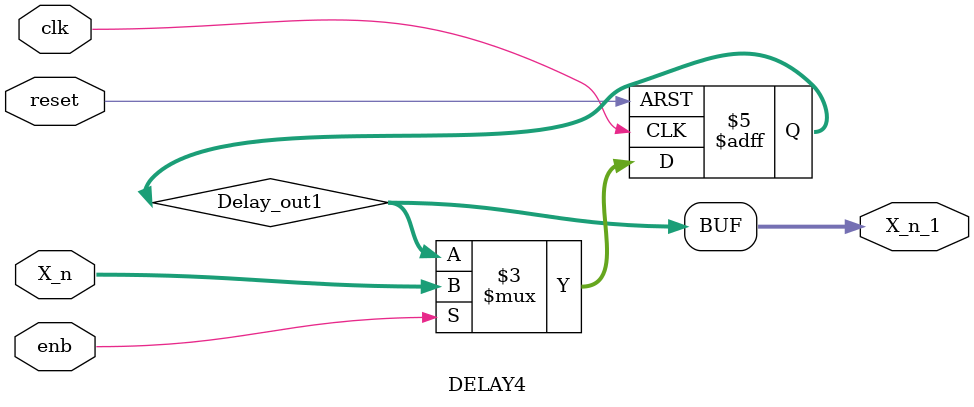
<source format=v>



`timescale 1 ns / 1 ns

module DELAY4
          (clk,
           reset,
           enb,
           X_n,
           X_n_1);


  input   clk;
  input   reset;
  input   enb;
  input   [7:0] X_n;  // uint8
  output  [7:0] X_n_1;  // uint8


  reg [7:0] Delay_out1;  // uint8


  always @(posedge clk or posedge reset)
    begin : Delay_process
      if (reset == 1'b1) begin
        Delay_out1 <= 8'b00000000;
      end
      else begin
        if (enb) begin
          Delay_out1 <= X_n;
        end
      end
    end



  assign X_n_1 = Delay_out1;

endmodule  // DELAY4


</source>
